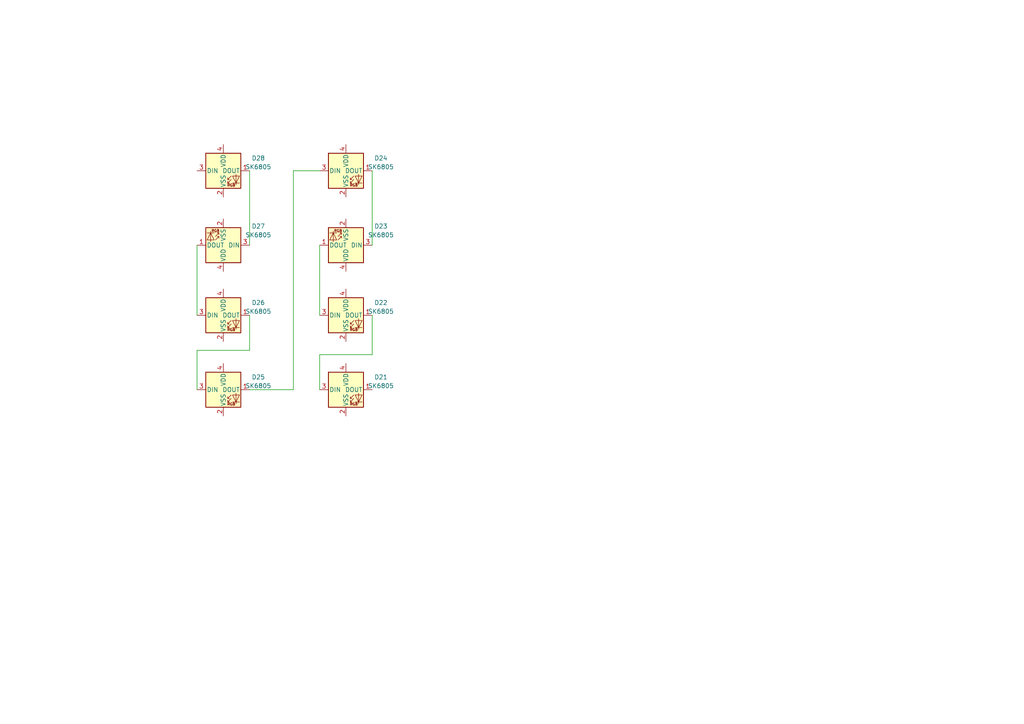
<source format=kicad_sch>
(kicad_sch (version 20230121) (generator eeschema)
  (paper "A4")
  (lib_symbols
    (symbol "LED:SK6805" (pin_names (offset 0.254))
      (property "Reference" "D" (at 5.08 5.715 0))
      (property "Value" "SK6805" (at 1.27 -5.715 0))
      (symbol "SK6805_0_0"
        (text "RGB" (at 2.286 -4.191 0) (effects (font (size 0.762 0.762))))
      )
      (symbol "SK6805_0_1"
        (polyline (pts (xy 1.27 -3.556) (xy 1.778 -3.556)))
        (polyline (pts (xy 1.27 -2.54) (xy 1.778 -2.54)))
        (polyline (pts (xy 4.699 -3.556) (xy 2.667 -3.556)))
        (polyline (pts (xy 2.286 -2.54) (xy 1.27 -3.556) (xy 1.27 -3.048)))
        (polyline (pts (xy 2.286 -1.524) (xy 1.27 -2.54) (xy 1.27 -2.032)))
        (polyline (pts (xy 3.683 -1.016) (xy 3.683 -3.556) (xy 3.683 -4.064)))
        (polyline (pts (xy 4.699 -1.524) (xy 2.667 -1.524) (xy 3.683 -3.556) (xy 4.699 -1.524)))
        (rectangle (start 5.08 5.08) (end -5.08 -5.08) (stroke (width 0.254)) (fill (type background)))
      )
      (symbol "SK6805_1_1"
        (pin output line (at 7.62 0 180) (length 2.54) (name "DOUT") (number "1"))
        (pin power_in line (at 0 -7.62 90) (length 2.54) (name "VSS") (number "2"))
        (pin input line (at -7.62 0 0) (length 2.54) (name "DIN") (number "3"))
        (pin power_in line (at 0 7.62 270) (length 2.54) (name "VDD") (number "4"))
      )
    )
  )
  (wire (pts (xy 72.39 49.53) (xy 72.39 71.12)))
  (wire (pts (xy 92.71 102.87) (xy 92.71 113.03)))
  (wire (pts (xy 85.09 113.03) (xy 85.09 49.53)))
  (wire (pts (xy 107.95 102.87) (xy 92.71 102.87)))
  (wire (pts (xy 85.09 49.53) (xy 92.71 49.53)))
  (wire (pts (xy 57.15 71.12) (xy 57.15 91.44)))
  (wire (pts (xy 72.39 113.03) (xy 85.09 113.03)))
  (wire (pts (xy 72.39 101.6) (xy 57.15 101.6)))
  (wire (pts (xy 107.95 49.53) (xy 107.95 71.12)))
  (wire (pts (xy 92.71 71.12) (xy 92.71 91.44)))
  (wire (pts (xy 72.39 91.44) (xy 72.39 101.6)))
  (wire (pts (xy 107.95 91.44) (xy 107.95 102.87)))
  (wire (pts (xy 57.15 101.6) (xy 57.15 113.03)))
  (symbol (lib_id "LED:SK6805") (at 100.33 113.03 0) (unit 1)
    (property "Reference" "D21" (at 110.49 109.3821 0))
    (property "Value" "SK6805" (at 110.49 111.9221 0))
    (property "Footprint" "LED_SMD:LED_SK6805_PLCC4_2.4x2.7mm_P1.3mm" (effects hide))
    (property "Datasheet" "https://cdn-shop.adafruit.com/product-files/3484/3484_Datasheet.pdf" (effects hide))
  )
  (symbol (lib_id "LED:SK6805") (at 100.33 91.44 0) (unit 1)
    (property "Reference" "D22" (at 110.49 87.7921 0))
    (property "Value" "SK6805" (at 110.49 90.3321 0))
    (property "Footprint" "LED_SMD:LED_SK6805_PLCC4_2.4x2.7mm_P1.3mm" (effects hide))
    (property "Datasheet" "https://cdn-shop.adafruit.com/product-files/3484/3484_Datasheet.pdf" (effects hide))
  )
  (symbol (lib_id "LED:SK6805") (at 64.77 113.03 0) (unit 1)
    (property "Reference" "D25" (at 74.93 109.3821 0))
    (property "Value" "SK6805" (at 74.93 111.9221 0))
    (property "Footprint" "LED_SMD:LED_SK6805_PLCC4_2.4x2.7mm_P1.3mm" (effects hide))
    (property "Datasheet" "https://cdn-shop.adafruit.com/product-files/3484/3484_Datasheet.pdf" (effects hide))
  )
  (symbol (lib_id "LED:SK6805") (at 100.33 71.12 180) (unit 1)
    (property "Reference" "D23" (at 110.49 65.6239 0))
    (property "Value" "SK6805" (at 110.49 68.1639 0))
    (property "Footprint" "LED_SMD:LED_SK6805_PLCC4_2.4x2.7mm_P1.3mm" (effects hide))
    (property "Datasheet" "https://cdn-shop.adafruit.com/product-files/3484/3484_Datasheet.pdf" (effects hide))
  )
  (symbol (lib_id "LED:SK6805") (at 64.77 49.53 0) (unit 1)
    (property "Reference" "D28" (at 74.93 45.8821 0))
    (property "Value" "SK6805" (at 74.93 48.4221 0))
    (property "Footprint" "LED_SMD:LED_SK6805_PLCC4_2.4x2.7mm_P1.3mm" (effects hide))
    (property "Datasheet" "https://cdn-shop.adafruit.com/product-files/3484/3484_Datasheet.pdf" (effects hide))
  )
  (symbol (lib_id "LED:SK6805") (at 64.77 91.44 0) (unit 1)
    (property "Reference" "D26" (at 74.93 87.7921 0))
    (property "Value" "SK6805" (at 74.93 90.3321 0))
    (property "Footprint" "LED_SMD:LED_SK6805_PLCC4_2.4x2.7mm_P1.3mm" (effects hide))
    (property "Datasheet" "https://cdn-shop.adafruit.com/product-files/3484/3484_Datasheet.pdf" (effects hide))
  )
  (symbol (lib_id "LED:SK6805") (at 64.77 71.12 180) (unit 1)
    (property "Reference" "D27" (at 74.93 65.6239 0))
    (property "Value" "SK6805" (at 74.93 68.1639 0))
    (property "Footprint" "LED_SMD:LED_SK6805_PLCC4_2.4x2.7mm_P1.3mm" (effects hide))
    (property "Datasheet" "https://cdn-shop.adafruit.com/product-files/3484/3484_Datasheet.pdf" (effects hide))
  )
  (symbol (lib_id "LED:SK6805") (at 100.33 49.53 0) (unit 1)
    (property "Reference" "D24" (at 110.49 45.8821 0))
    (property "Value" "SK6805" (at 110.49 48.4221 0))
    (property "Footprint" "LED_SMD:LED_SK6805_PLCC4_2.4x2.7mm_P1.3mm" (effects hide))
    (property "Datasheet" "https://cdn-shop.adafruit.com/product-files/3484/3484_Datasheet.pdf" (effects hide))
  )
)
</source>
